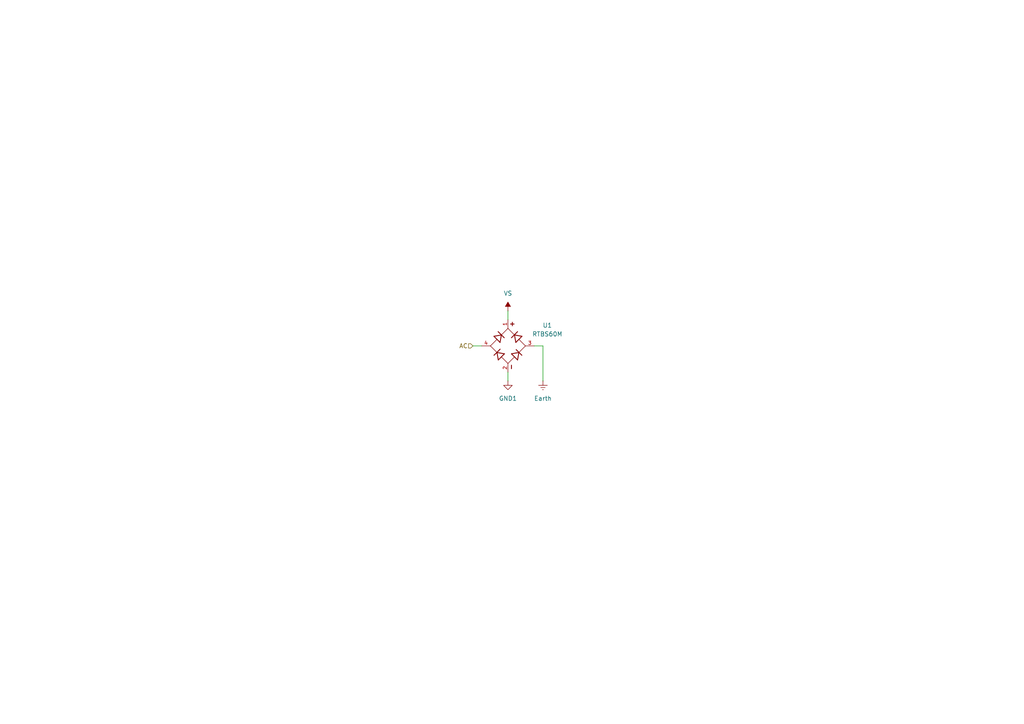
<source format=kicad_sch>
(kicad_sch (version 20231120) (generator "eeschema") (generator_version "8.0")
  (paper "A4")
  (title_block (date "2024-09-17") (rev "0") (company "University of Wisconsin-Platteville"))
  (lib_symbols
    (symbol "Rectifier:RTBS60M" (pin_names (offset 1.016))
      (property "Reference" "U" (at 5.08 5.08 0))
      (property "Value" "RTBS60M" (at 5.08 -7.62 0))
      (symbol "RTBS60M_0_0"
        (polyline (pts (xy -6.858 1.27) (xy -5.842 1.27)) (stroke (width 0.254)))
        (polyline (pts (xy -6.35 0.762) (xy -6.35 1.778)) (stroke (width 0.254)))
        (polyline (pts (xy -5.08 0) (xy -3.175 -1.905)) (stroke (width 0.1524)))
        (polyline (pts (xy -3.175 -1.905) (xy -2.794 -4.064)) (stroke (width 0.254)))
        (polyline (pts (xy -3.175 -1.905) (xy -1.016 -2.286)) (stroke (width 0.254)))
        (polyline (pts (xy -3.175 1.905) (xy -5.08 0)) (stroke (width 0.1524)))
        (polyline (pts (xy -3.175 1.905) (xy -2.794 4.064)) (stroke (width 0.254)))
        (polyline (pts (xy -3.175 1.905) (xy -1.016 2.286)) (stroke (width 0.254)))
        (polyline (pts (xy -2.3622 -1.0668) (xy -4.1402 -2.8448)) (stroke (width 0.254)))
        (polyline (pts (xy -2.3622 1.016) (xy -4.1402 2.794)) (stroke (width 0.254)))
        (polyline (pts (xy -1.016 -2.286) (xy -2.794 -4.064)) (stroke (width 0.254)))
        (polyline (pts (xy -1.016 2.286) (xy -2.794 4.064)) (stroke (width 0.254)))
        (polyline (pts (xy 0 -5.08) (xy -1.8034 -3.2766)) (stroke (width 0.1524)))
        (polyline (pts (xy 0 -5.08) (xy 1.905 -3.175)) (stroke (width 0.1524)))
        (polyline (pts (xy 0 5.08) (xy -1.8034 3.2766)) (stroke (width 0.1524)))
        (polyline (pts (xy 1.905 -3.175) (xy 2.286 -1.016)) (stroke (width 0.254)))
        (polyline (pts (xy 1.905 -3.175) (xy 4.064 -2.794)) (stroke (width 0.254)))
        (polyline (pts (xy 1.905 3.175) (xy 0 5.08)) (stroke (width 0.1524)))
        (polyline (pts (xy 1.905 3.175) (xy 2.286 1.016)) (stroke (width 0.254)))
        (polyline (pts (xy 1.905 3.175) (xy 4.064 2.794)) (stroke (width 0.254)))
        (polyline (pts (xy 2.7178 -4.0386) (xy 0.9398 -2.2606)) (stroke (width 0.254)))
        (polyline (pts (xy 2.7178 4.0386) (xy 1.0668 2.3876)) (stroke (width 0.254)))
        (polyline (pts (xy 3.2766 -1.8034) (xy 5.08 0)) (stroke (width 0.1524)))
        (polyline (pts (xy 4.064 -2.794) (xy 2.286 -1.016)) (stroke (width 0.254)))
        (polyline (pts (xy 4.064 2.794) (xy 2.286 1.016)) (stroke (width 0.254)))
        (polyline (pts (xy 5.08 0) (xy 3.2766 1.8034)) (stroke (width 0.1524)))
        (polyline (pts (xy 5.588 1.016) (xy 6.604 1.016)) (stroke (width 0.254)))
        (pin passive line (at -7.62 0 0) (length 2.54) (name "~") (number "1"))
        (pin passive line (at 7.62 0 180) (length 2.54) (name "~") (number "2"))
        (pin passive line (at 0 7.62 270) (length 2.54) (name "~") (number "3"))
        (pin passive line (at 0 -7.62 90) (length 2.54) (name "~") (number "4"))
      )
    )
    (symbol "power:Earth" (power) (pin_numbers hide) (pin_names (offset 0) hide)
      (property "Value" "Earth" (at 0 -3.81 0))
      (symbol "Earth_0_1"
        (polyline (pts (xy -0.635 -1.905) (xy 0.635 -1.905)))
        (polyline (pts (xy -0.127 -2.54) (xy 0.127 -2.54)))
        (polyline (pts (xy 0 -1.27) (xy 0 0)))
        (polyline (pts (xy 1.27 -1.27) (xy -1.27 -1.27)))
      )
      (symbol "Earth_1_1"
        (pin power_in line (at 0 0 270) (length 0) (name "~") (number "1"))
      )
    )
    (symbol "power:GND1" (power) (pin_numbers hide) (pin_names (offset 0) hide)
      (property "Value" "GND1" (at 0 -3.81 0))
      (symbol "GND1_0_1"
        (polyline (pts (xy 0 0) (xy 0 -1.27) (xy 1.27 -1.27) (xy 0 -2.54) (xy -1.27 -1.27) (xy 0 -1.27)))
      )
      (symbol "GND1_1_1"
        (pin power_in line (at 0 0 270) (length 0) (name "~") (number "1"))
      )
    )
    (symbol "power:VS" (power) (pin_numbers hide) (pin_names (offset 0) hide)
      (property "Value" "VS" (at 0 3.556 0))
      (symbol "VS_0_1"
        (polyline (pts (xy 0 0) (xy 0 2.54)))
        (polyline (pts (xy 0.762 1.27) (xy -0.762 1.27) (xy 0 2.54) (xy 0.762 1.27)) (fill (type outline)))
      )
      (symbol "VS_1_1"
        (pin power_in line (at 0 0 90) (length 0) (name "~") (number "1"))
      )
    )
  )
  (wire (pts (xy 147.32 107.95) (xy 147.32 110.49)))
  (wire (pts (xy 154.94 100.33) (xy 157.48 100.33)))
  (wire (pts (xy 147.32 90.17) (xy 147.32 92.71)))
  (wire (pts (xy 137.16 100.33) (xy 139.7 100.33)))
  (wire (pts (xy 157.48 100.33) (xy 157.48 110.49)))
  (hierarchical_label "AC" (shape input) (at 137.16 100.33 180))
  (symbol (lib_id "Rectifier:RTBS60M") (at 147.32 100.33 270) (unit 1)
    (property "Reference" "U1" (at 158.75 94.3608 90))
    (property "Value" "RTBS60M" (at 158.75 96.9008 90))
    (property "Footprint" "Rectifier:SOIC500P990X195-4N" (effects (hide yes)))
    (property "MF" "Taiwan Semiconductor" (effects (hide yes)))
    (property "Description_1" "300ns, 4A, 1000V, Fast Recovery Bridge Rectifier" (effects (hide yes)))
    (property "Package" "TBS-4 Taiwan Semiconductor" (effects (hide yes)))
    (property "Price" "None" (effects (hide yes)))
    (property "MP" "RTBS60M" (effects (hide yes)))
    (property "Availability" "In Stock" (effects (hide yes)))
  )
  (symbol (lib_id "power:GND1") (at 147.32 110.49 0) (unit 1)
    (property "Reference" "#PWR02" (effects (hide yes)))
    (property "Value" "GND1" (at 147.32 115.57 0))
    (property "Description" "Power symbol creates a global label with name \"GND1\" , ground" (effects (hide yes)))
  )
  (symbol (lib_id "power:VS") (at 147.32 90.17 0) (unit 1)
    (property "Reference" "#PWR03" (effects (hide yes)))
    (property "Value" "VS" (at 147.32 85.09 0))
    (property "Description" "Power symbol creates a global label with name \"VS\"" (effects (hide yes)))
  )
  (symbol (lib_id "power:Earth") (at 157.48 110.49 0) (unit 1)
    (property "Reference" "#PWR01" (effects (hide yes)))
    (property "Value" "Earth" (at 157.48 115.57 0))
    (property "Description" "Power symbol creates a global label with name \"Earth\"" (effects (hide yes)))
  )
)
</source>
